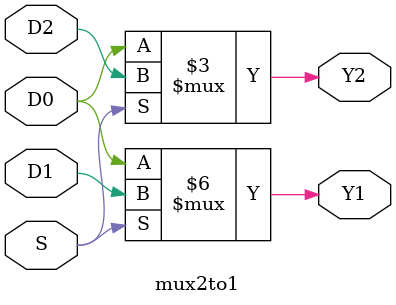
<source format=v>
module mux2to1(
    input wire D0,
    input wire D1,
    input wire D2,
    input wire S,
    output reg Y1,
    output reg Y2
    );
    
    always @* begin
        if(S) begin
            Y1 = D1;
            Y2 = D2;
        end
        else begin
            Y1 = D0;
            Y2 = D0;
        end
    end
    
endmodule

</source>
